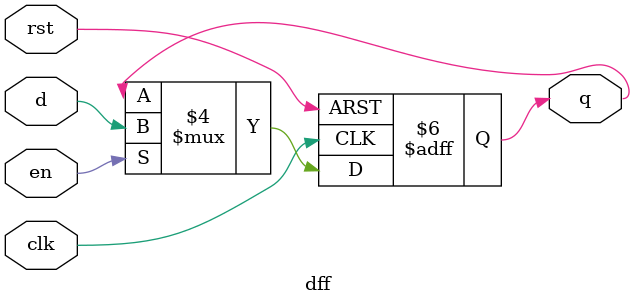
<source format=v>
`timescale 1ns / 1ps


module dff(
    input d,
    input clk,
    input rst,
    input en,
    output reg q
    );
    
    always @(posedge clk or posedge rst) begin
        if (rst == 1'b1) q <= 1'b0;
        else if (en == 1'b1) q <= d;
    end

endmodule

</source>
